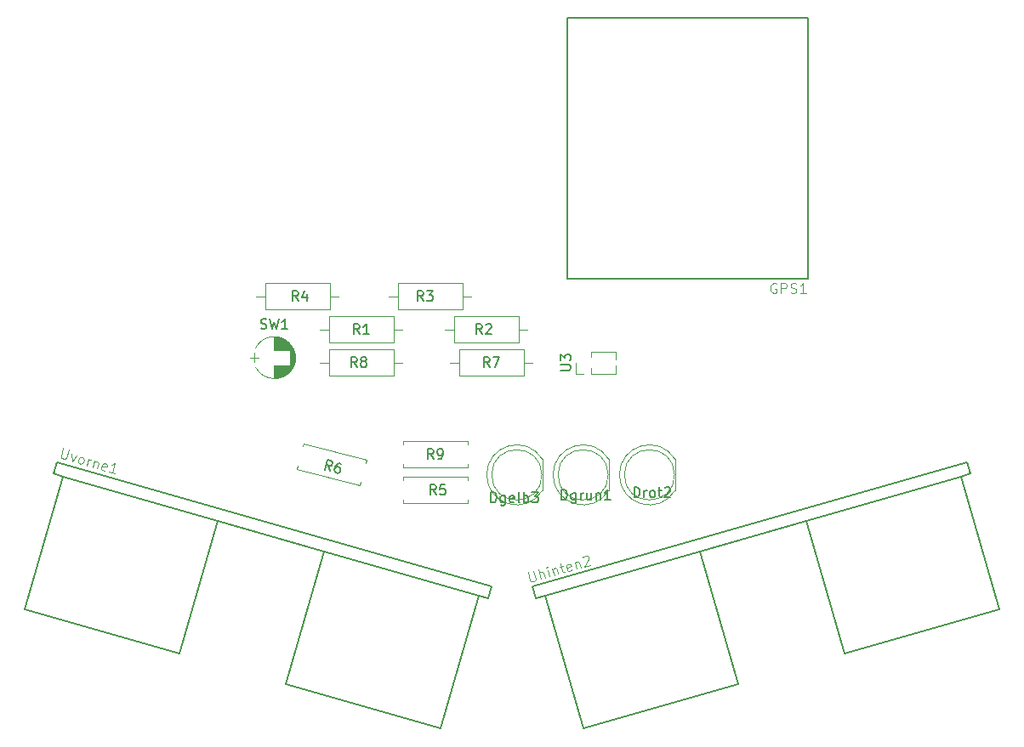
<source format=gbr>
G04 #@! TF.GenerationSoftware,KiCad,Pcbnew,(5.0.2)-1*
G04 #@! TF.CreationDate,2021-01-03T19:43:26+01:00*
G04 #@! TF.ProjectId,Radmesser,5261646d-6573-4736-9572-2e6b69636164,rev?*
G04 #@! TF.SameCoordinates,Original*
G04 #@! TF.FileFunction,Legend,Top*
G04 #@! TF.FilePolarity,Positive*
%FSLAX46Y46*%
G04 Gerber Fmt 4.6, Leading zero omitted, Abs format (unit mm)*
G04 Created by KiCad (PCBNEW (5.0.2)-1) date 03.01.2021 19:43:26*
%MOMM*%
%LPD*%
G01*
G04 APERTURE LIST*
%ADD10C,0.120000*%
%ADD11C,0.127000*%
%ADD12C,0.150000*%
%ADD13C,0.015000*%
G04 APERTURE END LIST*
D10*
G04 #@! TO.C,R6*
X150439198Y-96998684D02*
X150524608Y-96679929D01*
X150524608Y-96679929D02*
X156725852Y-98341547D01*
X156725852Y-98341547D02*
X156640442Y-98660302D01*
X149931913Y-98891899D02*
X149846503Y-99210654D01*
X149846503Y-99210654D02*
X156047746Y-100872273D01*
X156047746Y-100872273D02*
X156133157Y-100553517D01*
D11*
G04 #@! TO.C,Uvorne1*
X122751342Y-113247310D02*
X138131529Y-117657507D01*
X148705408Y-120689519D02*
X164085595Y-125099716D01*
X168850652Y-112109942D02*
X167889390Y-111834305D01*
X167889390Y-111834305D02*
X152509203Y-107424107D01*
X152509203Y-107424107D02*
X141935324Y-104392096D01*
X141935324Y-104392096D02*
X126555137Y-99981898D01*
X126555137Y-99981898D02*
X125593876Y-99706261D01*
X125593876Y-99706261D02*
X125924640Y-98552747D01*
X125924640Y-98552747D02*
X169181417Y-110956428D01*
X169181417Y-110956428D02*
X168850652Y-112109942D01*
X126555137Y-99981898D02*
X122751342Y-113247310D01*
X167889390Y-111834305D02*
X164085595Y-125099716D01*
X141935324Y-104392096D02*
X138131529Y-117657507D01*
X152509203Y-107424107D02*
X148705408Y-120689519D01*
G04 #@! TO.C,Uhinten2*
X200524676Y-104392096D02*
X204328471Y-117657507D01*
X189950797Y-107424107D02*
X193754593Y-120689518D01*
X215904863Y-99981898D02*
X219708658Y-113247310D01*
X174570610Y-111834305D02*
X178374405Y-125099716D01*
X216535360Y-98552747D02*
X216866124Y-99706261D01*
X173278583Y-110956428D02*
X216535360Y-98552747D01*
X173609348Y-112109942D02*
X173278583Y-110956428D01*
X174570610Y-111834305D02*
X173609348Y-112109942D01*
X189950797Y-107424107D02*
X174570610Y-111834305D01*
X200524676Y-104392096D02*
X189950797Y-107424107D01*
X215904863Y-99981898D02*
X200524676Y-104392096D01*
X216866124Y-99706261D02*
X215904863Y-99981898D01*
X204328471Y-117657507D02*
X219708658Y-113247310D01*
X178374405Y-125099716D02*
X193754593Y-120689518D01*
D10*
G04 #@! TO.C,Drot2*
X181922000Y-99821538D02*
G75*
G03X187472000Y-101366830I2990000J-462D01*
G01*
X181922000Y-99822462D02*
G75*
G02X187472000Y-98277170I2990000J462D01*
G01*
X187412000Y-99822000D02*
G75*
G03X187412000Y-99822000I-2500000J0D01*
G01*
X187472000Y-101367000D02*
X187472000Y-98277000D01*
G04 #@! TO.C,Dgrun1*
X180868000Y-101367000D02*
X180868000Y-98277000D01*
X180808000Y-99822000D02*
G75*
G03X180808000Y-99822000I-2500000J0D01*
G01*
X175318000Y-99822462D02*
G75*
G02X180868000Y-98277170I2990000J462D01*
G01*
X175318000Y-99821538D02*
G75*
G03X180868000Y-101366830I2990000J-462D01*
G01*
D11*
G04 #@! TO.C,GPS1*
X200722000Y-80312000D02*
X176722000Y-80312000D01*
X200722000Y-54312000D02*
X176722000Y-54312000D01*
X200722000Y-80312000D02*
X200722000Y-54312000D01*
X176722000Y-80312000D02*
X176722000Y-54312000D01*
D10*
G04 #@! TO.C,U3*
X177548000Y-89756000D02*
X177548000Y-88646000D01*
X178308000Y-89756000D02*
X177548000Y-89756000D01*
X179068000Y-88082529D02*
X179068000Y-87536000D01*
X179068000Y-89756000D02*
X179068000Y-89209471D01*
X179068000Y-87536000D02*
X181543000Y-87536000D01*
X179068000Y-89756000D02*
X181543000Y-89756000D01*
X181543000Y-88338470D02*
X181543000Y-87536000D01*
X181543000Y-89756000D02*
X181543000Y-88953530D01*
G04 #@! TO.C,SW1*
X145562000Y-87688000D02*
X145562000Y-88588000D01*
X145112000Y-88138000D02*
X146012000Y-88138000D01*
X149643000Y-87973000D02*
X149643000Y-88303000D01*
X149603000Y-87723000D02*
X149603000Y-88553000D01*
X149563000Y-87571000D02*
X149563000Y-88705000D01*
X149523000Y-87452000D02*
X149523000Y-88824000D01*
X149483000Y-87352000D02*
X149483000Y-88924000D01*
X149443000Y-87264000D02*
X149443000Y-89012000D01*
X149403000Y-87186000D02*
X149403000Y-89090000D01*
X149363000Y-87115000D02*
X149363000Y-89161000D01*
X149323000Y-87050000D02*
X149323000Y-89226000D01*
X149283000Y-86990000D02*
X149283000Y-89286000D01*
X149243000Y-86934000D02*
X149243000Y-89342000D01*
X149203000Y-86882000D02*
X149203000Y-89394000D01*
X149163000Y-86833000D02*
X149163000Y-89443000D01*
X149123000Y-86787000D02*
X149123000Y-89489000D01*
X149083000Y-88918000D02*
X149083000Y-89533000D01*
X149083000Y-86743000D02*
X149083000Y-87358000D01*
X149043000Y-88918000D02*
X149043000Y-89574000D01*
X149043000Y-86702000D02*
X149043000Y-87358000D01*
X149003000Y-88918000D02*
X149003000Y-89613000D01*
X149003000Y-86663000D02*
X149003000Y-87358000D01*
X148963000Y-88918000D02*
X148963000Y-89650000D01*
X148963000Y-86626000D02*
X148963000Y-87358000D01*
X148923000Y-88918000D02*
X148923000Y-89685000D01*
X148923000Y-86591000D02*
X148923000Y-87358000D01*
X148883000Y-88918000D02*
X148883000Y-89719000D01*
X148883000Y-86557000D02*
X148883000Y-87358000D01*
X148843000Y-88918000D02*
X148843000Y-89751000D01*
X148843000Y-86525000D02*
X148843000Y-87358000D01*
X148803000Y-88918000D02*
X148803000Y-89781000D01*
X148803000Y-86495000D02*
X148803000Y-87358000D01*
X148763000Y-88918000D02*
X148763000Y-89810000D01*
X148763000Y-86466000D02*
X148763000Y-87358000D01*
X148723000Y-88918000D02*
X148723000Y-89837000D01*
X148723000Y-86439000D02*
X148723000Y-87358000D01*
X148683000Y-88918000D02*
X148683000Y-89863000D01*
X148683000Y-86413000D02*
X148683000Y-87358000D01*
X148643000Y-88918000D02*
X148643000Y-89888000D01*
X148643000Y-86388000D02*
X148643000Y-87358000D01*
X148603000Y-88918000D02*
X148603000Y-89911000D01*
X148603000Y-86365000D02*
X148603000Y-87358000D01*
X148563000Y-88918000D02*
X148563000Y-89934000D01*
X148563000Y-86342000D02*
X148563000Y-87358000D01*
X148523000Y-88918000D02*
X148523000Y-89955000D01*
X148523000Y-86321000D02*
X148523000Y-87358000D01*
X148483000Y-88918000D02*
X148483000Y-89975000D01*
X148483000Y-86301000D02*
X148483000Y-87358000D01*
X148443000Y-88918000D02*
X148443000Y-89994000D01*
X148443000Y-86282000D02*
X148443000Y-87358000D01*
X148403000Y-88918000D02*
X148403000Y-90012000D01*
X148403000Y-86264000D02*
X148403000Y-87358000D01*
X148363000Y-88918000D02*
X148363000Y-90029000D01*
X148363000Y-86247000D02*
X148363000Y-87358000D01*
X148323000Y-88918000D02*
X148323000Y-90045000D01*
X148323000Y-86231000D02*
X148323000Y-87358000D01*
X148283000Y-88918000D02*
X148283000Y-90061000D01*
X148283000Y-86215000D02*
X148283000Y-87358000D01*
X148242000Y-88918000D02*
X148242000Y-90075000D01*
X148242000Y-86201000D02*
X148242000Y-87358000D01*
X148202000Y-88918000D02*
X148202000Y-90088000D01*
X148202000Y-86188000D02*
X148202000Y-87358000D01*
X148162000Y-88918000D02*
X148162000Y-90101000D01*
X148162000Y-86175000D02*
X148162000Y-87358000D01*
X148122000Y-88918000D02*
X148122000Y-90112000D01*
X148122000Y-86164000D02*
X148122000Y-87358000D01*
X148082000Y-88918000D02*
X148082000Y-90123000D01*
X148082000Y-86153000D02*
X148082000Y-87358000D01*
X148042000Y-88918000D02*
X148042000Y-90133000D01*
X148042000Y-86143000D02*
X148042000Y-87358000D01*
X148002000Y-88918000D02*
X148002000Y-90142000D01*
X148002000Y-86134000D02*
X148002000Y-87358000D01*
X147962000Y-88918000D02*
X147962000Y-90150000D01*
X147962000Y-86126000D02*
X147962000Y-87358000D01*
X147922000Y-88918000D02*
X147922000Y-90157000D01*
X147922000Y-86119000D02*
X147922000Y-87358000D01*
X147882000Y-88918000D02*
X147882000Y-90164000D01*
X147882000Y-86112000D02*
X147882000Y-87358000D01*
X147842000Y-88918000D02*
X147842000Y-90170000D01*
X147842000Y-86106000D02*
X147842000Y-87358000D01*
X147802000Y-88918000D02*
X147802000Y-90175000D01*
X147802000Y-86101000D02*
X147802000Y-87358000D01*
X147762000Y-88918000D02*
X147762000Y-90179000D01*
X147762000Y-86097000D02*
X147762000Y-87358000D01*
X147722000Y-88918000D02*
X147722000Y-90182000D01*
X147722000Y-86094000D02*
X147722000Y-87358000D01*
X147682000Y-88918000D02*
X147682000Y-90185000D01*
X147682000Y-86091000D02*
X147682000Y-87358000D01*
X147642000Y-88918000D02*
X147642000Y-90187000D01*
X147642000Y-86089000D02*
X147642000Y-87358000D01*
X147602000Y-88918000D02*
X147602000Y-90188000D01*
X147602000Y-86088000D02*
X147602000Y-87358000D01*
X147562000Y-86088000D02*
X147562000Y-87358000D01*
X147562000Y-88918000D02*
X147562000Y-90188000D01*
X149408436Y-89117170D02*
G75*
G03X149407996Y-87158000I-1846436J979170D01*
G01*
X149408436Y-89117170D02*
G75*
G02X145716004Y-89118000I-1846436J979170D01*
G01*
X149408436Y-87158830D02*
G75*
G03X145716004Y-87158000I-1846436J-979170D01*
G01*
G04 #@! TO.C,R1*
X152110000Y-85344000D02*
X153000000Y-85344000D01*
X160310000Y-85344000D02*
X159420000Y-85344000D01*
X153000000Y-86654000D02*
X159420000Y-86654000D01*
X153000000Y-84034000D02*
X153000000Y-86654000D01*
X159420000Y-84034000D02*
X153000000Y-84034000D01*
X159420000Y-86654000D02*
X159420000Y-84034000D01*
G04 #@! TO.C,R2*
X171866000Y-86654000D02*
X171866000Y-84034000D01*
X171866000Y-84034000D02*
X165446000Y-84034000D01*
X165446000Y-84034000D02*
X165446000Y-86654000D01*
X165446000Y-86654000D02*
X171866000Y-86654000D01*
X172756000Y-85344000D02*
X171866000Y-85344000D01*
X164556000Y-85344000D02*
X165446000Y-85344000D01*
G04 #@! TO.C,R3*
X167168000Y-82042000D02*
X166278000Y-82042000D01*
X158968000Y-82042000D02*
X159858000Y-82042000D01*
X166278000Y-80732000D02*
X159858000Y-80732000D01*
X166278000Y-83352000D02*
X166278000Y-80732000D01*
X159858000Y-83352000D02*
X166278000Y-83352000D01*
X159858000Y-80732000D02*
X159858000Y-83352000D01*
G04 #@! TO.C,R4*
X146650000Y-80732000D02*
X146650000Y-83352000D01*
X146650000Y-83352000D02*
X153070000Y-83352000D01*
X153070000Y-83352000D02*
X153070000Y-80732000D01*
X153070000Y-80732000D02*
X146650000Y-80732000D01*
X145760000Y-82042000D02*
X146650000Y-82042000D01*
X153960000Y-82042000D02*
X153070000Y-82042000D01*
G04 #@! TO.C,R7*
X165064000Y-88646000D02*
X165954000Y-88646000D01*
X173264000Y-88646000D02*
X172374000Y-88646000D01*
X165954000Y-89956000D02*
X172374000Y-89956000D01*
X165954000Y-87336000D02*
X165954000Y-89956000D01*
X172374000Y-87336000D02*
X165954000Y-87336000D01*
X172374000Y-89956000D02*
X172374000Y-87336000D01*
G04 #@! TO.C,R8*
X159420000Y-89956000D02*
X159420000Y-87336000D01*
X159420000Y-87336000D02*
X153000000Y-87336000D01*
X153000000Y-87336000D02*
X153000000Y-89956000D01*
X153000000Y-89956000D02*
X159420000Y-89956000D01*
X160310000Y-88646000D02*
X159420000Y-88646000D01*
X152110000Y-88646000D02*
X153000000Y-88646000D01*
G04 #@! TO.C,Dgelb3*
X174264000Y-101367000D02*
X174264000Y-98277000D01*
X174204000Y-99822000D02*
G75*
G03X174204000Y-99822000I-2500000J0D01*
G01*
X168714000Y-99822462D02*
G75*
G02X174264000Y-98277170I2990000J462D01*
G01*
X168714000Y-99821538D02*
G75*
G03X174264000Y-101366830I2990000J-462D01*
G01*
G04 #@! TO.C,R5*
X166786000Y-102656000D02*
X166786000Y-102326000D01*
X160366000Y-102656000D02*
X166786000Y-102656000D01*
X160366000Y-102326000D02*
X160366000Y-102656000D01*
X166786000Y-100036000D02*
X166786000Y-100366000D01*
X160366000Y-100036000D02*
X166786000Y-100036000D01*
X160366000Y-100366000D02*
X160366000Y-100036000D01*
G04 #@! TO.C,R9*
X166786000Y-99100000D02*
X166786000Y-98770000D01*
X160366000Y-99100000D02*
X166786000Y-99100000D01*
X160366000Y-98770000D02*
X160366000Y-99100000D01*
X166786000Y-96480000D02*
X166786000Y-96810000D01*
X160366000Y-96480000D02*
X166786000Y-96480000D01*
X160366000Y-96810000D02*
X160366000Y-96480000D01*
G04 #@! TO.C,R6*
D12*
X153137927Y-99453829D02*
X152939199Y-98907592D01*
X152585969Y-99305933D02*
X152844788Y-98340007D01*
X153212760Y-98438605D01*
X153292428Y-98509251D01*
X153326100Y-98567572D01*
X153347447Y-98671889D01*
X153310473Y-98809879D01*
X153239827Y-98889547D01*
X153181506Y-98923219D01*
X153077188Y-98944566D01*
X152709217Y-98845968D01*
X154224683Y-98709749D02*
X154040697Y-98660450D01*
X153936379Y-98681797D01*
X153878058Y-98715468D01*
X153749091Y-98828808D01*
X153653795Y-99000470D01*
X153555198Y-99368441D01*
X153576545Y-99472759D01*
X153610216Y-99531080D01*
X153689885Y-99601726D01*
X153873871Y-99651025D01*
X153978188Y-99629678D01*
X154036509Y-99596006D01*
X154107155Y-99516338D01*
X154168779Y-99286356D01*
X154147432Y-99182038D01*
X154113760Y-99123717D01*
X154034092Y-99053071D01*
X153850106Y-99003772D01*
X153745788Y-99025119D01*
X153687467Y-99058791D01*
X153616821Y-99138459D01*
G04 #@! TO.C,Uvorne1*
D13*
X126557388Y-97172493D02*
X126334137Y-97951062D01*
X126353671Y-98055791D01*
X126386336Y-98114722D01*
X126464800Y-98186785D01*
X126647993Y-98239314D01*
X126752722Y-98219781D01*
X126811652Y-98187115D01*
X126883715Y-98108651D01*
X127106966Y-97330082D01*
X127381425Y-97755729D02*
X127426562Y-98462565D01*
X127839407Y-97887053D01*
X128159333Y-98672684D02*
X128080869Y-98600621D01*
X128048203Y-98541690D01*
X128028670Y-98436962D01*
X128107464Y-98162173D01*
X128179527Y-98083709D01*
X128238458Y-98051043D01*
X128343186Y-98031509D01*
X128480581Y-98070907D01*
X128559045Y-98142970D01*
X128591711Y-98201900D01*
X128611244Y-98306629D01*
X128532449Y-98581418D01*
X128460386Y-98659882D01*
X128401456Y-98692548D01*
X128296727Y-98712081D01*
X128159333Y-98672684D01*
X128892103Y-98882802D02*
X129075957Y-98241628D01*
X129023427Y-98424821D02*
X129095490Y-98346357D01*
X129154421Y-98313691D01*
X129259150Y-98294158D01*
X129350746Y-98320423D01*
X129671333Y-98412349D02*
X129487480Y-99053524D01*
X129645068Y-98503946D02*
X129703999Y-98471280D01*
X129808728Y-98451747D01*
X129946122Y-98491144D01*
X130024586Y-98563207D01*
X130044120Y-98667936D01*
X129899663Y-99171716D01*
X130737162Y-99362301D02*
X130632434Y-99381834D01*
X130449241Y-99329305D01*
X130370777Y-99257242D01*
X130351244Y-99152513D01*
X130456303Y-98786127D01*
X130528366Y-98707664D01*
X130633095Y-98688130D01*
X130816288Y-98740660D01*
X130894751Y-98812723D01*
X130914285Y-98917452D01*
X130888020Y-99009048D01*
X130403773Y-98969320D01*
X131685792Y-99683880D02*
X131136214Y-99526291D01*
X131411003Y-99605085D02*
X131686783Y-98643324D01*
X131555790Y-98754453D01*
X131437929Y-98819785D01*
X131333200Y-98839318D01*
G04 #@! TO.C,Uhinten2*
X172808972Y-109529395D02*
X173032223Y-110307964D01*
X173104286Y-110386428D01*
X173163216Y-110419094D01*
X173267945Y-110438627D01*
X173451138Y-110386097D01*
X173529602Y-110314034D01*
X173562268Y-110255104D01*
X173581801Y-110150375D01*
X173358550Y-109371806D01*
X174092312Y-110202244D02*
X173816532Y-109240482D01*
X174504496Y-110084052D02*
X174360039Y-109580272D01*
X174287976Y-109501808D01*
X174183247Y-109482275D01*
X174045853Y-109521672D01*
X173967389Y-109593735D01*
X173934723Y-109652666D01*
X174962477Y-109952728D02*
X174778624Y-109311553D01*
X174686697Y-108990966D02*
X174654031Y-109049897D01*
X174712962Y-109082563D01*
X174745627Y-109023632D01*
X174686697Y-108990966D01*
X174712962Y-109082563D01*
X175236605Y-109180229D02*
X175420459Y-109821404D01*
X175262870Y-109271826D02*
X175295536Y-109212895D01*
X175374000Y-109140832D01*
X175511394Y-109101435D01*
X175616123Y-109120968D01*
X175688186Y-109199432D01*
X175832643Y-109703212D01*
X175969376Y-108970111D02*
X176335761Y-108865051D01*
X176014844Y-108610126D02*
X176251227Y-109434493D01*
X176323290Y-109512957D01*
X176428019Y-109532491D01*
X176519615Y-109506226D01*
X177193455Y-109263441D02*
X177114991Y-109335504D01*
X176931799Y-109388034D01*
X176827070Y-109368501D01*
X176755007Y-109290037D01*
X176649948Y-108923651D01*
X176669481Y-108818923D01*
X176747945Y-108746860D01*
X176931138Y-108694330D01*
X177035866Y-108713863D01*
X177107929Y-108792327D01*
X177134194Y-108883924D01*
X176702477Y-109106844D01*
X177480716Y-108536741D02*
X177664569Y-109177915D01*
X177506980Y-108628337D02*
X177539646Y-108569407D01*
X177618110Y-108497344D01*
X177755505Y-108457947D01*
X177860233Y-108477480D01*
X177932296Y-108555944D01*
X178076753Y-109059724D01*
X178239421Y-108071367D02*
X178272086Y-108012436D01*
X178350550Y-107940373D01*
X178579541Y-107874711D01*
X178684270Y-107894244D01*
X178743200Y-107926910D01*
X178815263Y-108005374D01*
X178841528Y-108096970D01*
X178835127Y-108247497D01*
X178443138Y-108954664D01*
X179038515Y-108783943D01*
G04 #@! TO.C,Drot2*
D12*
X183380285Y-102052380D02*
X183380285Y-101052380D01*
X183618380Y-101052380D01*
X183761238Y-101100000D01*
X183856476Y-101195238D01*
X183904095Y-101290476D01*
X183951714Y-101480952D01*
X183951714Y-101623809D01*
X183904095Y-101814285D01*
X183856476Y-101909523D01*
X183761238Y-102004761D01*
X183618380Y-102052380D01*
X183380285Y-102052380D01*
X184380285Y-102052380D02*
X184380285Y-101385714D01*
X184380285Y-101576190D02*
X184427904Y-101480952D01*
X184475523Y-101433333D01*
X184570761Y-101385714D01*
X184666000Y-101385714D01*
X185142190Y-102052380D02*
X185046952Y-102004761D01*
X184999333Y-101957142D01*
X184951714Y-101861904D01*
X184951714Y-101576190D01*
X184999333Y-101480952D01*
X185046952Y-101433333D01*
X185142190Y-101385714D01*
X185285047Y-101385714D01*
X185380285Y-101433333D01*
X185427904Y-101480952D01*
X185475523Y-101576190D01*
X185475523Y-101861904D01*
X185427904Y-101957142D01*
X185380285Y-102004761D01*
X185285047Y-102052380D01*
X185142190Y-102052380D01*
X185761238Y-101385714D02*
X186142190Y-101385714D01*
X185904095Y-101052380D02*
X185904095Y-101909523D01*
X185951714Y-102004761D01*
X186046952Y-102052380D01*
X186142190Y-102052380D01*
X186427904Y-101147619D02*
X186475523Y-101100000D01*
X186570761Y-101052380D01*
X186808857Y-101052380D01*
X186904095Y-101100000D01*
X186951714Y-101147619D01*
X186999333Y-101242857D01*
X186999333Y-101338095D01*
X186951714Y-101480952D01*
X186380285Y-102052380D01*
X186999333Y-102052380D01*
G04 #@! TO.C,Dgrun1*
X176157238Y-102306380D02*
X176157238Y-101306380D01*
X176395333Y-101306380D01*
X176538190Y-101354000D01*
X176633428Y-101449238D01*
X176681047Y-101544476D01*
X176728666Y-101734952D01*
X176728666Y-101877809D01*
X176681047Y-102068285D01*
X176633428Y-102163523D01*
X176538190Y-102258761D01*
X176395333Y-102306380D01*
X176157238Y-102306380D01*
X177585809Y-101639714D02*
X177585809Y-102449238D01*
X177538190Y-102544476D01*
X177490571Y-102592095D01*
X177395333Y-102639714D01*
X177252476Y-102639714D01*
X177157238Y-102592095D01*
X177585809Y-102258761D02*
X177490571Y-102306380D01*
X177300095Y-102306380D01*
X177204857Y-102258761D01*
X177157238Y-102211142D01*
X177109619Y-102115904D01*
X177109619Y-101830190D01*
X177157238Y-101734952D01*
X177204857Y-101687333D01*
X177300095Y-101639714D01*
X177490571Y-101639714D01*
X177585809Y-101687333D01*
X178062000Y-102306380D02*
X178062000Y-101639714D01*
X178062000Y-101830190D02*
X178109619Y-101734952D01*
X178157238Y-101687333D01*
X178252476Y-101639714D01*
X178347714Y-101639714D01*
X179109619Y-101639714D02*
X179109619Y-102306380D01*
X178681047Y-101639714D02*
X178681047Y-102163523D01*
X178728666Y-102258761D01*
X178823904Y-102306380D01*
X178966761Y-102306380D01*
X179062000Y-102258761D01*
X179109619Y-102211142D01*
X179585809Y-101639714D02*
X179585809Y-102306380D01*
X179585809Y-101734952D02*
X179633428Y-101687333D01*
X179728666Y-101639714D01*
X179871523Y-101639714D01*
X179966761Y-101687333D01*
X180014380Y-101782571D01*
X180014380Y-102306380D01*
X181014380Y-102306380D02*
X180442952Y-102306380D01*
X180728666Y-102306380D02*
X180728666Y-101306380D01*
X180633428Y-101449238D01*
X180538190Y-101544476D01*
X180442952Y-101592095D01*
G04 #@! TO.C,GPS1*
D13*
X197530904Y-80765030D02*
X197435617Y-80717386D01*
X197292685Y-80717386D01*
X197149754Y-80765030D01*
X197054466Y-80860317D01*
X197006822Y-80955605D01*
X196959179Y-81146180D01*
X196959179Y-81289111D01*
X197006822Y-81479687D01*
X197054466Y-81574974D01*
X197149754Y-81670262D01*
X197292685Y-81717906D01*
X197387973Y-81717906D01*
X197530904Y-81670262D01*
X197578548Y-81622618D01*
X197578548Y-81289111D01*
X197387973Y-81289111D01*
X198007342Y-81717906D02*
X198007342Y-80717386D01*
X198388493Y-80717386D01*
X198483780Y-80765030D01*
X198531424Y-80812673D01*
X198579068Y-80907961D01*
X198579068Y-81050892D01*
X198531424Y-81146180D01*
X198483780Y-81193824D01*
X198388493Y-81241468D01*
X198007342Y-81241468D01*
X198960219Y-81670262D02*
X199103150Y-81717906D01*
X199341369Y-81717906D01*
X199436657Y-81670262D01*
X199484300Y-81622618D01*
X199531944Y-81527330D01*
X199531944Y-81432043D01*
X199484300Y-81336755D01*
X199436657Y-81289111D01*
X199341369Y-81241468D01*
X199150794Y-81193824D01*
X199055506Y-81146180D01*
X199007862Y-81098536D01*
X198960219Y-81003249D01*
X198960219Y-80907961D01*
X199007862Y-80812673D01*
X199055506Y-80765030D01*
X199150794Y-80717386D01*
X199389013Y-80717386D01*
X199531944Y-80765030D01*
X200484820Y-81717906D02*
X199913095Y-81717906D01*
X200198958Y-81717906D02*
X200198958Y-80717386D01*
X200103670Y-80860317D01*
X200008382Y-80955605D01*
X199913095Y-81003249D01*
G04 #@! TO.C,U3*
D12*
X176065380Y-89407904D02*
X176874904Y-89407904D01*
X176970142Y-89360285D01*
X177017761Y-89312666D01*
X177065380Y-89217428D01*
X177065380Y-89026952D01*
X177017761Y-88931714D01*
X176970142Y-88884095D01*
X176874904Y-88836476D01*
X176065380Y-88836476D01*
X176065380Y-88455523D02*
X176065380Y-87836476D01*
X176446333Y-88169809D01*
X176446333Y-88026952D01*
X176493952Y-87931714D01*
X176541571Y-87884095D01*
X176636809Y-87836476D01*
X176874904Y-87836476D01*
X176970142Y-87884095D01*
X177017761Y-87931714D01*
X177065380Y-88026952D01*
X177065380Y-88312666D01*
X177017761Y-88407904D01*
X176970142Y-88455523D01*
G04 #@! TO.C,SW1*
X146228666Y-85232761D02*
X146371523Y-85280380D01*
X146609619Y-85280380D01*
X146704857Y-85232761D01*
X146752476Y-85185142D01*
X146800095Y-85089904D01*
X146800095Y-84994666D01*
X146752476Y-84899428D01*
X146704857Y-84851809D01*
X146609619Y-84804190D01*
X146419142Y-84756571D01*
X146323904Y-84708952D01*
X146276285Y-84661333D01*
X146228666Y-84566095D01*
X146228666Y-84470857D01*
X146276285Y-84375619D01*
X146323904Y-84328000D01*
X146419142Y-84280380D01*
X146657238Y-84280380D01*
X146800095Y-84328000D01*
X147133428Y-84280380D02*
X147371523Y-85280380D01*
X147562000Y-84566095D01*
X147752476Y-85280380D01*
X147990571Y-84280380D01*
X148895333Y-85280380D02*
X148323904Y-85280380D01*
X148609619Y-85280380D02*
X148609619Y-84280380D01*
X148514380Y-84423238D01*
X148419142Y-84518476D01*
X148323904Y-84566095D01*
G04 #@! TO.C,R1*
X156043333Y-85796380D02*
X155710000Y-85320190D01*
X155471904Y-85796380D02*
X155471904Y-84796380D01*
X155852857Y-84796380D01*
X155948095Y-84844000D01*
X155995714Y-84891619D01*
X156043333Y-84986857D01*
X156043333Y-85129714D01*
X155995714Y-85224952D01*
X155948095Y-85272571D01*
X155852857Y-85320190D01*
X155471904Y-85320190D01*
X156995714Y-85796380D02*
X156424285Y-85796380D01*
X156710000Y-85796380D02*
X156710000Y-84796380D01*
X156614761Y-84939238D01*
X156519523Y-85034476D01*
X156424285Y-85082095D01*
G04 #@! TO.C,R2*
X168235333Y-85796380D02*
X167902000Y-85320190D01*
X167663904Y-85796380D02*
X167663904Y-84796380D01*
X168044857Y-84796380D01*
X168140095Y-84844000D01*
X168187714Y-84891619D01*
X168235333Y-84986857D01*
X168235333Y-85129714D01*
X168187714Y-85224952D01*
X168140095Y-85272571D01*
X168044857Y-85320190D01*
X167663904Y-85320190D01*
X168616285Y-84891619D02*
X168663904Y-84844000D01*
X168759142Y-84796380D01*
X168997238Y-84796380D01*
X169092476Y-84844000D01*
X169140095Y-84891619D01*
X169187714Y-84986857D01*
X169187714Y-85082095D01*
X169140095Y-85224952D01*
X168568666Y-85796380D01*
X169187714Y-85796380D01*
G04 #@! TO.C,R3*
X162393333Y-82494380D02*
X162060000Y-82018190D01*
X161821904Y-82494380D02*
X161821904Y-81494380D01*
X162202857Y-81494380D01*
X162298095Y-81542000D01*
X162345714Y-81589619D01*
X162393333Y-81684857D01*
X162393333Y-81827714D01*
X162345714Y-81922952D01*
X162298095Y-81970571D01*
X162202857Y-82018190D01*
X161821904Y-82018190D01*
X162726666Y-81494380D02*
X163345714Y-81494380D01*
X163012380Y-81875333D01*
X163155238Y-81875333D01*
X163250476Y-81922952D01*
X163298095Y-81970571D01*
X163345714Y-82065809D01*
X163345714Y-82303904D01*
X163298095Y-82399142D01*
X163250476Y-82446761D01*
X163155238Y-82494380D01*
X162869523Y-82494380D01*
X162774285Y-82446761D01*
X162726666Y-82399142D01*
G04 #@! TO.C,R4*
X149947333Y-82494380D02*
X149614000Y-82018190D01*
X149375904Y-82494380D02*
X149375904Y-81494380D01*
X149756857Y-81494380D01*
X149852095Y-81542000D01*
X149899714Y-81589619D01*
X149947333Y-81684857D01*
X149947333Y-81827714D01*
X149899714Y-81922952D01*
X149852095Y-81970571D01*
X149756857Y-82018190D01*
X149375904Y-82018190D01*
X150804476Y-81827714D02*
X150804476Y-82494380D01*
X150566380Y-81446761D02*
X150328285Y-82161047D01*
X150947333Y-82161047D01*
G04 #@! TO.C,R7*
X168997333Y-89098380D02*
X168664000Y-88622190D01*
X168425904Y-89098380D02*
X168425904Y-88098380D01*
X168806857Y-88098380D01*
X168902095Y-88146000D01*
X168949714Y-88193619D01*
X168997333Y-88288857D01*
X168997333Y-88431714D01*
X168949714Y-88526952D01*
X168902095Y-88574571D01*
X168806857Y-88622190D01*
X168425904Y-88622190D01*
X169330666Y-88098380D02*
X169997333Y-88098380D01*
X169568761Y-89098380D01*
G04 #@! TO.C,R8*
X155789333Y-89098380D02*
X155456000Y-88622190D01*
X155217904Y-89098380D02*
X155217904Y-88098380D01*
X155598857Y-88098380D01*
X155694095Y-88146000D01*
X155741714Y-88193619D01*
X155789333Y-88288857D01*
X155789333Y-88431714D01*
X155741714Y-88526952D01*
X155694095Y-88574571D01*
X155598857Y-88622190D01*
X155217904Y-88622190D01*
X156360761Y-88526952D02*
X156265523Y-88479333D01*
X156217904Y-88431714D01*
X156170285Y-88336476D01*
X156170285Y-88288857D01*
X156217904Y-88193619D01*
X156265523Y-88146000D01*
X156360761Y-88098380D01*
X156551238Y-88098380D01*
X156646476Y-88146000D01*
X156694095Y-88193619D01*
X156741714Y-88288857D01*
X156741714Y-88336476D01*
X156694095Y-88431714D01*
X156646476Y-88479333D01*
X156551238Y-88526952D01*
X156360761Y-88526952D01*
X156265523Y-88574571D01*
X156217904Y-88622190D01*
X156170285Y-88717428D01*
X156170285Y-88907904D01*
X156217904Y-89003142D01*
X156265523Y-89050761D01*
X156360761Y-89098380D01*
X156551238Y-89098380D01*
X156646476Y-89050761D01*
X156694095Y-89003142D01*
X156741714Y-88907904D01*
X156741714Y-88717428D01*
X156694095Y-88622190D01*
X156646476Y-88574571D01*
X156551238Y-88526952D01*
G04 #@! TO.C,Dgelb3*
X169116666Y-102560380D02*
X169116666Y-101560380D01*
X169354761Y-101560380D01*
X169497619Y-101608000D01*
X169592857Y-101703238D01*
X169640476Y-101798476D01*
X169688095Y-101988952D01*
X169688095Y-102131809D01*
X169640476Y-102322285D01*
X169592857Y-102417523D01*
X169497619Y-102512761D01*
X169354761Y-102560380D01*
X169116666Y-102560380D01*
X170545238Y-101893714D02*
X170545238Y-102703238D01*
X170497619Y-102798476D01*
X170450000Y-102846095D01*
X170354761Y-102893714D01*
X170211904Y-102893714D01*
X170116666Y-102846095D01*
X170545238Y-102512761D02*
X170450000Y-102560380D01*
X170259523Y-102560380D01*
X170164285Y-102512761D01*
X170116666Y-102465142D01*
X170069047Y-102369904D01*
X170069047Y-102084190D01*
X170116666Y-101988952D01*
X170164285Y-101941333D01*
X170259523Y-101893714D01*
X170450000Y-101893714D01*
X170545238Y-101941333D01*
X171402380Y-102512761D02*
X171307142Y-102560380D01*
X171116666Y-102560380D01*
X171021428Y-102512761D01*
X170973809Y-102417523D01*
X170973809Y-102036571D01*
X171021428Y-101941333D01*
X171116666Y-101893714D01*
X171307142Y-101893714D01*
X171402380Y-101941333D01*
X171450000Y-102036571D01*
X171450000Y-102131809D01*
X170973809Y-102227047D01*
X172021428Y-102560380D02*
X171926190Y-102512761D01*
X171878571Y-102417523D01*
X171878571Y-101560380D01*
X172402380Y-102560380D02*
X172402380Y-101560380D01*
X172402380Y-101941333D02*
X172497619Y-101893714D01*
X172688095Y-101893714D01*
X172783333Y-101941333D01*
X172830952Y-101988952D01*
X172878571Y-102084190D01*
X172878571Y-102369904D01*
X172830952Y-102465142D01*
X172783333Y-102512761D01*
X172688095Y-102560380D01*
X172497619Y-102560380D01*
X172402380Y-102512761D01*
X173211904Y-101560380D02*
X173830952Y-101560380D01*
X173497619Y-101941333D01*
X173640476Y-101941333D01*
X173735714Y-101988952D01*
X173783333Y-102036571D01*
X173830952Y-102131809D01*
X173830952Y-102369904D01*
X173783333Y-102465142D01*
X173735714Y-102512761D01*
X173640476Y-102560380D01*
X173354761Y-102560380D01*
X173259523Y-102512761D01*
X173211904Y-102465142D01*
G04 #@! TO.C,R5*
X163663333Y-101798380D02*
X163330000Y-101322190D01*
X163091904Y-101798380D02*
X163091904Y-100798380D01*
X163472857Y-100798380D01*
X163568095Y-100846000D01*
X163615714Y-100893619D01*
X163663333Y-100988857D01*
X163663333Y-101131714D01*
X163615714Y-101226952D01*
X163568095Y-101274571D01*
X163472857Y-101322190D01*
X163091904Y-101322190D01*
X164568095Y-100798380D02*
X164091904Y-100798380D01*
X164044285Y-101274571D01*
X164091904Y-101226952D01*
X164187142Y-101179333D01*
X164425238Y-101179333D01*
X164520476Y-101226952D01*
X164568095Y-101274571D01*
X164615714Y-101369809D01*
X164615714Y-101607904D01*
X164568095Y-101703142D01*
X164520476Y-101750761D01*
X164425238Y-101798380D01*
X164187142Y-101798380D01*
X164091904Y-101750761D01*
X164044285Y-101703142D01*
G04 #@! TO.C,R9*
X163409333Y-98242380D02*
X163076000Y-97766190D01*
X162837904Y-98242380D02*
X162837904Y-97242380D01*
X163218857Y-97242380D01*
X163314095Y-97290000D01*
X163361714Y-97337619D01*
X163409333Y-97432857D01*
X163409333Y-97575714D01*
X163361714Y-97670952D01*
X163314095Y-97718571D01*
X163218857Y-97766190D01*
X162837904Y-97766190D01*
X163885523Y-98242380D02*
X164076000Y-98242380D01*
X164171238Y-98194761D01*
X164218857Y-98147142D01*
X164314095Y-98004285D01*
X164361714Y-97813809D01*
X164361714Y-97432857D01*
X164314095Y-97337619D01*
X164266476Y-97290000D01*
X164171238Y-97242380D01*
X163980761Y-97242380D01*
X163885523Y-97290000D01*
X163837904Y-97337619D01*
X163790285Y-97432857D01*
X163790285Y-97670952D01*
X163837904Y-97766190D01*
X163885523Y-97813809D01*
X163980761Y-97861428D01*
X164171238Y-97861428D01*
X164266476Y-97813809D01*
X164314095Y-97766190D01*
X164361714Y-97670952D01*
G04 #@! TD*
M02*

</source>
